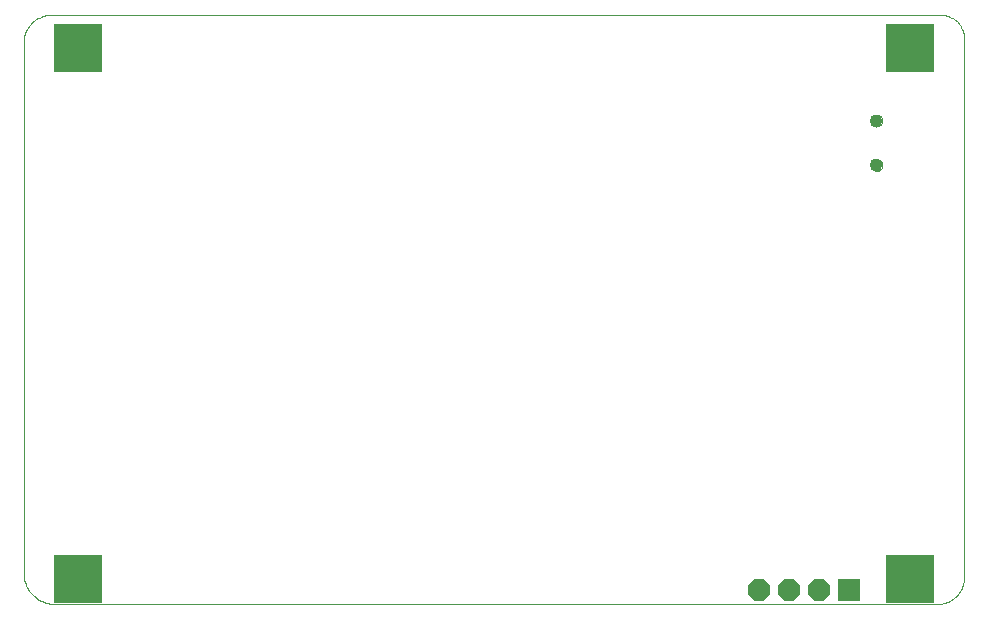
<source format=gbs>
G75*
G70*
%OFA0B0*%
%FSLAX24Y24*%
%IPPOS*%
%LPD*%
%AMOC8*
5,1,8,0,0,1.08239X$1,22.5*
%
%ADD10C,0.0000*%
%ADD11C,0.0434*%
%ADD12R,0.0749X0.0749*%
%ADD13OC8,0.0749*%
%ADD14R,0.1621X0.1621*%
D10*
X001163Y000368D02*
X030534Y000368D01*
X030592Y000370D01*
X030650Y000375D01*
X030707Y000384D01*
X030764Y000397D01*
X030820Y000413D01*
X030874Y000433D01*
X030927Y000456D01*
X030979Y000482D01*
X031029Y000512D01*
X031077Y000544D01*
X031123Y000580D01*
X031167Y000618D01*
X031208Y000659D01*
X031246Y000703D01*
X031282Y000749D01*
X031314Y000797D01*
X031344Y000847D01*
X031370Y000899D01*
X031393Y000952D01*
X031413Y001006D01*
X031429Y001062D01*
X031442Y001119D01*
X031451Y001176D01*
X031456Y001234D01*
X031458Y001292D01*
X031458Y019217D01*
X031457Y019217D02*
X031455Y019271D01*
X031450Y019325D01*
X031440Y019379D01*
X031427Y019432D01*
X031411Y019484D01*
X031391Y019534D01*
X031368Y019583D01*
X031341Y019631D01*
X031311Y019676D01*
X031278Y019719D01*
X031243Y019760D01*
X031204Y019799D01*
X031163Y019834D01*
X031120Y019867D01*
X031075Y019897D01*
X031027Y019924D01*
X030978Y019947D01*
X030928Y019967D01*
X030876Y019983D01*
X030823Y019996D01*
X030769Y020006D01*
X030715Y020011D01*
X030661Y020013D01*
X001033Y020013D01*
X000975Y020011D01*
X000916Y020006D01*
X000859Y019997D01*
X000802Y019984D01*
X000746Y019967D01*
X000691Y019948D01*
X000637Y019924D01*
X000585Y019898D01*
X000535Y019868D01*
X000486Y019835D01*
X000440Y019800D01*
X000396Y019761D01*
X000355Y019720D01*
X000316Y019676D01*
X000281Y019630D01*
X000248Y019581D01*
X000218Y019531D01*
X000192Y019479D01*
X000168Y019425D01*
X000149Y019370D01*
X000132Y019314D01*
X000119Y019257D01*
X000110Y019200D01*
X000105Y019141D01*
X000103Y019083D01*
X000103Y001428D01*
X000105Y001364D01*
X000111Y001300D01*
X000120Y001237D01*
X000134Y001174D01*
X000151Y001113D01*
X000172Y001052D01*
X000196Y000993D01*
X000224Y000935D01*
X000256Y000880D01*
X000291Y000826D01*
X000329Y000774D01*
X000370Y000725D01*
X000413Y000678D01*
X000460Y000635D01*
X000509Y000594D01*
X000561Y000556D01*
X000615Y000521D01*
X000670Y000489D01*
X000728Y000461D01*
X000787Y000437D01*
X000848Y000416D01*
X000909Y000399D01*
X000972Y000385D01*
X001035Y000376D01*
X001099Y000370D01*
X001163Y000368D01*
X028334Y015009D02*
X028336Y015036D01*
X028342Y015063D01*
X028351Y015089D01*
X028364Y015113D01*
X028380Y015136D01*
X028399Y015155D01*
X028421Y015172D01*
X028445Y015186D01*
X028470Y015196D01*
X028497Y015203D01*
X028524Y015206D01*
X028552Y015205D01*
X028579Y015200D01*
X028605Y015192D01*
X028629Y015180D01*
X028652Y015164D01*
X028673Y015146D01*
X028690Y015125D01*
X028705Y015101D01*
X028716Y015076D01*
X028724Y015050D01*
X028728Y015023D01*
X028728Y014995D01*
X028724Y014968D01*
X028716Y014942D01*
X028705Y014917D01*
X028690Y014893D01*
X028673Y014872D01*
X028652Y014854D01*
X028630Y014838D01*
X028605Y014826D01*
X028579Y014818D01*
X028552Y014813D01*
X028524Y014812D01*
X028497Y014815D01*
X028470Y014822D01*
X028445Y014832D01*
X028421Y014846D01*
X028399Y014863D01*
X028380Y014882D01*
X028364Y014905D01*
X028351Y014929D01*
X028342Y014955D01*
X028336Y014982D01*
X028334Y015009D01*
X028334Y016490D02*
X028336Y016517D01*
X028342Y016544D01*
X028351Y016570D01*
X028364Y016594D01*
X028380Y016617D01*
X028399Y016636D01*
X028421Y016653D01*
X028445Y016667D01*
X028470Y016677D01*
X028497Y016684D01*
X028524Y016687D01*
X028552Y016686D01*
X028579Y016681D01*
X028605Y016673D01*
X028629Y016661D01*
X028652Y016645D01*
X028673Y016627D01*
X028690Y016606D01*
X028705Y016582D01*
X028716Y016557D01*
X028724Y016531D01*
X028728Y016504D01*
X028728Y016476D01*
X028724Y016449D01*
X028716Y016423D01*
X028705Y016398D01*
X028690Y016374D01*
X028673Y016353D01*
X028652Y016335D01*
X028630Y016319D01*
X028605Y016307D01*
X028579Y016299D01*
X028552Y016294D01*
X028524Y016293D01*
X028497Y016296D01*
X028470Y016303D01*
X028445Y016313D01*
X028421Y016327D01*
X028399Y016344D01*
X028380Y016363D01*
X028364Y016386D01*
X028351Y016410D01*
X028342Y016436D01*
X028336Y016463D01*
X028334Y016490D01*
D11*
X028531Y016490D03*
X028531Y015009D03*
D12*
X027603Y000844D03*
D13*
X026603Y000844D03*
X025603Y000844D03*
X024603Y000844D03*
D14*
X029665Y001220D03*
X029665Y018897D03*
X001915Y018897D03*
X001915Y001220D03*
M02*

</source>
